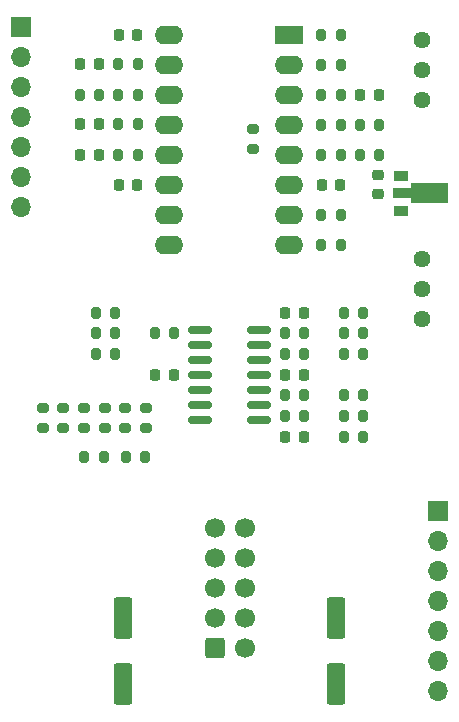
<source format=gbr>
%TF.GenerationSoftware,KiCad,Pcbnew,7.0.2-0*%
%TF.CreationDate,2023-10-10T18:08:06-05:00*%
%TF.ProjectId,Untitled,556e7469-746c-4656-942e-6b696361645f,rev?*%
%TF.SameCoordinates,Original*%
%TF.FileFunction,Soldermask,Top*%
%TF.FilePolarity,Negative*%
%FSLAX46Y46*%
G04 Gerber Fmt 4.6, Leading zero omitted, Abs format (unit mm)*
G04 Created by KiCad (PCBNEW 7.0.2-0) date 2023-10-10 18:08:06*
%MOMM*%
%LPD*%
G01*
G04 APERTURE LIST*
G04 Aperture macros list*
%AMRoundRect*
0 Rectangle with rounded corners*
0 $1 Rounding radius*
0 $2 $3 $4 $5 $6 $7 $8 $9 X,Y pos of 4 corners*
0 Add a 4 corners polygon primitive as box body*
4,1,4,$2,$3,$4,$5,$6,$7,$8,$9,$2,$3,0*
0 Add four circle primitives for the rounded corners*
1,1,$1+$1,$2,$3*
1,1,$1+$1,$4,$5*
1,1,$1+$1,$6,$7*
1,1,$1+$1,$8,$9*
0 Add four rect primitives between the rounded corners*
20,1,$1+$1,$2,$3,$4,$5,0*
20,1,$1+$1,$4,$5,$6,$7,0*
20,1,$1+$1,$6,$7,$8,$9,0*
20,1,$1+$1,$8,$9,$2,$3,0*%
%AMFreePoly0*
4,1,9,3.862500,-0.866500,0.737500,-0.866500,0.737500,-0.450000,-0.737500,-0.450000,-0.737500,0.450000,0.737500,0.450000,0.737500,0.866500,3.862500,0.866500,3.862500,-0.866500,3.862500,-0.866500,$1*%
G04 Aperture macros list end*
%ADD10RoundRect,0.200000X0.200000X0.275000X-0.200000X0.275000X-0.200000X-0.275000X0.200000X-0.275000X0*%
%ADD11RoundRect,0.225000X0.225000X0.250000X-0.225000X0.250000X-0.225000X-0.250000X0.225000X-0.250000X0*%
%ADD12RoundRect,0.250000X-0.550000X1.500000X-0.550000X-1.500000X0.550000X-1.500000X0.550000X1.500000X0*%
%ADD13RoundRect,0.200000X0.275000X-0.200000X0.275000X0.200000X-0.275000X0.200000X-0.275000X-0.200000X0*%
%ADD14RoundRect,0.225000X-0.225000X-0.250000X0.225000X-0.250000X0.225000X0.250000X-0.225000X0.250000X0*%
%ADD15RoundRect,0.200000X-0.200000X-0.275000X0.200000X-0.275000X0.200000X0.275000X-0.200000X0.275000X0*%
%ADD16C,1.440000*%
%ADD17RoundRect,0.225000X0.250000X-0.225000X0.250000X0.225000X-0.250000X0.225000X-0.250000X-0.225000X0*%
%ADD18R,1.300000X0.900000*%
%ADD19FreePoly0,0.000000*%
%ADD20RoundRect,0.250000X-0.600000X-0.600000X0.600000X-0.600000X0.600000X0.600000X-0.600000X0.600000X0*%
%ADD21C,1.700000*%
%ADD22R,2.400000X1.600000*%
%ADD23O,2.400000X1.600000*%
%ADD24RoundRect,0.200000X-0.275000X0.200000X-0.275000X-0.200000X0.275000X-0.200000X0.275000X0.200000X0*%
%ADD25R,1.700000X1.700000*%
%ADD26O,1.700000X1.700000*%
%ADD27RoundRect,0.150000X-0.825000X-0.150000X0.825000X-0.150000X0.825000X0.150000X-0.825000X0.150000X0*%
G04 APERTURE END LIST*
D10*
%TO.C,R10*%
X142225000Y-96350000D03*
X140575000Y-96350000D03*
%TD*%
D11*
%TO.C,C6*%
X118475000Y-98850000D03*
X116925000Y-98850000D03*
%TD*%
D12*
%TO.C,C11*%
X120550000Y-138050000D03*
X120550000Y-143650000D03*
%TD*%
D13*
%TO.C,R22*%
X117250000Y-121950000D03*
X117250000Y-120300000D03*
%TD*%
D14*
%TO.C,C1*%
X120200000Y-88650000D03*
X121750000Y-88650000D03*
%TD*%
D10*
%TO.C,R36*%
X119875000Y-115700000D03*
X118225000Y-115700000D03*
%TD*%
D15*
%TO.C,R30*%
X134225000Y-120950000D03*
X135875000Y-120950000D03*
%TD*%
%TO.C,R27*%
X139225000Y-120950000D03*
X140875000Y-120950000D03*
%TD*%
D16*
%TO.C,RV1*%
X145850000Y-89150000D03*
X145850000Y-91690000D03*
X145850000Y-94230000D03*
%TD*%
D15*
%TO.C,R16*%
X139225000Y-113950000D03*
X140875000Y-113950000D03*
%TD*%
D17*
%TO.C,C13*%
X142140000Y-102135000D03*
X142140000Y-100585000D03*
%TD*%
D15*
%TO.C,R3*%
X137325000Y-91250000D03*
X138975000Y-91250000D03*
%TD*%
D10*
%TO.C,R9*%
X142225000Y-98850000D03*
X140575000Y-98850000D03*
%TD*%
D14*
%TO.C,C2*%
X116925000Y-96250000D03*
X118475000Y-96250000D03*
%TD*%
D10*
%TO.C,R35*%
X122425000Y-124400000D03*
X120775000Y-124400000D03*
%TD*%
D14*
%TO.C,C10*%
X134275000Y-122700000D03*
X135825000Y-122700000D03*
%TD*%
D10*
%TO.C,R8*%
X121775000Y-98850000D03*
X120125000Y-98850000D03*
%TD*%
D18*
%TO.C,U3*%
X144050000Y-100600000D03*
D19*
X144137500Y-102100000D03*
D18*
X144050000Y-103600000D03*
%TD*%
D15*
%TO.C,R6*%
X120125000Y-93750000D03*
X121775000Y-93750000D03*
%TD*%
%TO.C,R21*%
X134225000Y-113950000D03*
X135875000Y-113950000D03*
%TD*%
%TO.C,R32*%
X118225000Y-112200000D03*
X119875000Y-112200000D03*
%TD*%
D10*
%TO.C,R7*%
X121775000Y-96250000D03*
X120125000Y-96250000D03*
%TD*%
D15*
%TO.C,R5*%
X137325000Y-93750000D03*
X138975000Y-93750000D03*
%TD*%
D16*
%TO.C,RV7*%
X145850000Y-107650000D03*
X145850000Y-110190000D03*
X145850000Y-112730000D03*
%TD*%
D20*
%TO.C,J7*%
X128310000Y-140550000D03*
D21*
X130850000Y-140550000D03*
X128310000Y-138010000D03*
X130850000Y-138010000D03*
X128310000Y-135470000D03*
X130850000Y-135470000D03*
X128310000Y-132930000D03*
X130850000Y-132930000D03*
X128310000Y-130390000D03*
X130850000Y-130390000D03*
%TD*%
D22*
%TO.C,U1*%
X134625000Y-88675000D03*
D23*
X134625000Y-91215000D03*
X134625000Y-93755000D03*
X134625000Y-96295000D03*
X134625000Y-98835000D03*
X134625000Y-101375000D03*
X134625000Y-103915000D03*
X134625000Y-106455000D03*
X124465000Y-106455000D03*
X124465000Y-103915000D03*
X124465000Y-101375000D03*
X124465000Y-98835000D03*
X124465000Y-96295000D03*
X124465000Y-93755000D03*
X124465000Y-91215000D03*
X124465000Y-88675000D03*
%TD*%
D15*
%TO.C,R26*%
X134225000Y-119200000D03*
X135875000Y-119200000D03*
%TD*%
D10*
%TO.C,R24*%
X138975000Y-106450000D03*
X137325000Y-106450000D03*
%TD*%
D15*
%TO.C,R4*%
X120125000Y-91150000D03*
X121775000Y-91150000D03*
%TD*%
D13*
%TO.C,R17*%
X120750000Y-121950000D03*
X120750000Y-120300000D03*
%TD*%
D24*
%TO.C,R19*%
X122500000Y-120300000D03*
X122500000Y-121950000D03*
%TD*%
D25*
%TO.C,J11*%
X111900000Y-88000000D03*
D26*
X111900000Y-90540000D03*
X111900000Y-93080000D03*
X111900000Y-95620000D03*
X111900000Y-98160000D03*
X111900000Y-100700000D03*
X111900000Y-103240000D03*
%TD*%
D15*
%TO.C,R12*%
X137325000Y-98850000D03*
X138975000Y-98850000D03*
%TD*%
D14*
%TO.C,C9*%
X123275000Y-117450000D03*
X124825000Y-117450000D03*
%TD*%
D15*
%TO.C,R18*%
X117275000Y-124400000D03*
X118925000Y-124400000D03*
%TD*%
%TO.C,R29*%
X139225000Y-119200000D03*
X140875000Y-119200000D03*
%TD*%
D10*
%TO.C,R37*%
X124875000Y-113950000D03*
X123225000Y-113950000D03*
%TD*%
%TO.C,R13*%
X138975000Y-96350000D03*
X137325000Y-96350000D03*
%TD*%
D24*
%TO.C,R28*%
X113750000Y-120300000D03*
X113750000Y-121950000D03*
%TD*%
%TO.C,R23*%
X119000000Y-120300000D03*
X119000000Y-121950000D03*
%TD*%
D15*
%TO.C,R1*%
X137325000Y-88650000D03*
X138975000Y-88650000D03*
%TD*%
D14*
%TO.C,C8*%
X134275000Y-112200000D03*
X135825000Y-112200000D03*
%TD*%
D15*
%TO.C,R34*%
X137325000Y-103900000D03*
X138975000Y-103900000D03*
%TD*%
D24*
%TO.C,R31*%
X115500000Y-120300000D03*
X115500000Y-121950000D03*
%TD*%
D10*
%TO.C,R33*%
X119875000Y-113950000D03*
X118225000Y-113950000D03*
%TD*%
D13*
%TO.C,R11*%
X131550000Y-98325000D03*
X131550000Y-96675000D03*
%TD*%
D15*
%TO.C,R15*%
X134225000Y-115700000D03*
X135875000Y-115700000D03*
%TD*%
%TO.C,R2*%
X116875000Y-93750000D03*
X118525000Y-93750000D03*
%TD*%
D11*
%TO.C,C4*%
X142175000Y-93750000D03*
X140625000Y-93750000D03*
%TD*%
D14*
%TO.C,C5*%
X120175000Y-101350000D03*
X121725000Y-101350000D03*
%TD*%
D10*
%TO.C,R25*%
X140875000Y-122700000D03*
X139225000Y-122700000D03*
%TD*%
D25*
%TO.C,J12*%
X147200000Y-129010000D03*
D26*
X147200000Y-131550000D03*
X147200000Y-134090000D03*
X147200000Y-136630000D03*
X147200000Y-139170000D03*
X147200000Y-141710000D03*
X147200000Y-144250000D03*
%TD*%
D11*
%TO.C,C12*%
X135825000Y-117440000D03*
X134275000Y-117440000D03*
%TD*%
D27*
%TO.C,U2*%
X127075000Y-113640000D03*
X127075000Y-114910000D03*
X127075000Y-116180000D03*
X127075000Y-117450000D03*
X127075000Y-118720000D03*
X127075000Y-119990000D03*
X127075000Y-121260000D03*
X132025000Y-121260000D03*
X132025000Y-119990000D03*
X132025000Y-118720000D03*
X132025000Y-117450000D03*
X132025000Y-116180000D03*
X132025000Y-114910000D03*
X132025000Y-113640000D03*
%TD*%
D10*
%TO.C,R14*%
X140875000Y-112200000D03*
X139225000Y-112200000D03*
%TD*%
D15*
%TO.C,R20*%
X139225000Y-115700000D03*
X140875000Y-115700000D03*
%TD*%
D12*
%TO.C,C14*%
X138550000Y-138050000D03*
X138550000Y-143650000D03*
%TD*%
D11*
%TO.C,C7*%
X138925000Y-101400000D03*
X137375000Y-101400000D03*
%TD*%
D14*
%TO.C,C3*%
X116925000Y-91150000D03*
X118475000Y-91150000D03*
%TD*%
M02*

</source>
